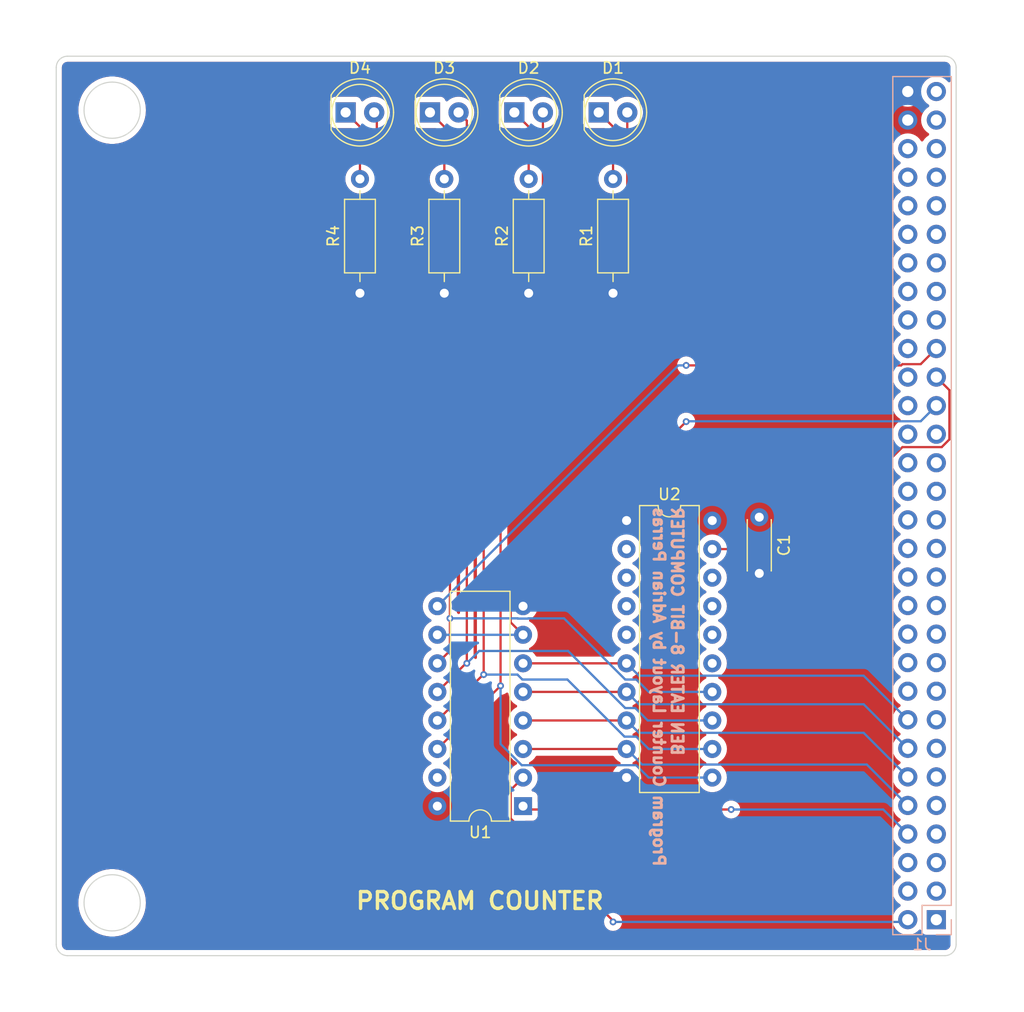
<source format=kicad_pcb>
(kicad_pcb (version 20240108) (generator "pcbnew") (generator_version "8.0")
  (layers (0 "F.Cu" signal) (31 "B.Cu" signal) (34 "B.Paste" user) (35 "F.Paste" user) (36 "B.SilkS" user "B.Silkscreen") (37 "F.SilkS" user "F.Silkscreen") (38 "B.Mask" user) (39 "F.Mask" user) (44 "Edge.Cuts" user))
  (net 0 "")
  (net 1 "GND")
  (net 2 "VCC")
  (net 3 "Net-(D1-K)")
  (net 4 "Net-(D1-A)")
  (net 5 "Net-(D2-A)")
  (net 6 "Net-(D2-K)")
  (net 7 "Net-(D3-A)")
  (net 8 "Net-(D3-K)")
  (net 9 "Net-(D4-K)")
  (net 10 "Net-(D4-A)")
  (net 26 "CO'")
  (net 32 "CLR'")
  (net 42 "BUS_1")
  (net 50 "J'")
  (net 57 "BUS_2")
  (net 58 "BUS_0")
  (net 65 "BUS_3")
  (net 66 "CLK")
  (net 67 "CE")
  (footprint "LED_THT:LED_D5.0mm" (layer "F.Cu") (at 115.725 70)
    (property "Reference" "D4" (at 1.27 -3.96 0) (layer "F.SilkS"))
    (property "Value" "LED_GREEN")
    (fp_line (start -1.29 -1.545) (end -1.29 1.545) (stroke (width 0.12)) (layer "F.SilkS"))
    (fp_arc (start -1.29 -1.54483) (mid 2.072002 -2.880433) (end 4.26 0.000462) (stroke (width 0.12)) (layer "F.SilkS"))
    (fp_arc (start 4.26 -0.000462) (mid 2.072002 2.880433) (end -1.29 1.54483) (stroke (width 0.12)) (layer "F.SilkS"))
    (fp_circle (center 1.27 0) (end 3.77 0) (stroke (width 0.12)) (fill none) (layer "F.SilkS"))
    (pad "1" thru_hole rect (at 0 0) (size 1.8 1.8) (drill 0.9) (layers "*.Cu" "*.Mask") (net 9 "Net-(D4-K)"))
    (pad "2" thru_hole circle (at 2.54 0) (size 1.8 1.8) (drill 0.9) (layers "*.Cu" "*.Mask") (net 10 "Net-(D4-A)"))
  )
  (footprint "Resistor_THT:R_Axial_DIN0207_L6.3mm_D2.5mm_P10.16mm_Horizontal" (layer "F.Cu") (at 117 86.08 90)
    (property "Reference" "R4" (at 5.08 -2.37 90) (layer "F.SilkS"))
    (property "Value" "R_220")
    (fp_line (start 8.35 -1.37) (end 1.81 -1.37) (stroke (width 0.12)) (layer "F.SilkS"))
    (fp_line (start 1.81 -1.37) (end 1.81 1.37) (stroke (width 0.12)) (layer "F.SilkS"))
    (fp_line (start 9.12 0) (end 8.35 0) (stroke (width 0.12)) (layer "F.SilkS"))
    (fp_line (start 1.04 0) (end 1.81 0) (stroke (width 0.12)) (layer "F.SilkS"))
    (fp_line (start 8.35 1.37) (end 8.35 -1.37) (stroke (width 0.12)) (layer "F.SilkS"))
    (fp_line (start 1.81 1.37) (end 8.35 1.37) (stroke (width 0.12)) (layer "F.SilkS"))
    (pad "1" thru_hole circle (at 0 0 90) (size 1.6 1.6) (drill 0.8) (layers "*.Cu" "*.Mask") (net 1 "GND"))
    (pad "2" thru_hole oval (at 10.16 0 90) (size 1.6 1.6) (drill 0.8) (layers "*.Cu" "*.Mask") (net 9 "Net-(D4-K)"))
  )
  (footprint "Package_DIP:DIP-16_W7.62mm" (layer "F.Cu") (at 131.5 131.7 180)
    (property "Reference" "U1" (at 3.81 -2.33 0) (layer "F.SilkS"))
    (property "Value" "74LS161")
    (fp_line (start 6.46 19.11) (end 6.46 -1.33) (stroke (width 0.12)) (layer "F.SilkS"))
    (fp_line (start 6.46 -1.33) (end 4.81 -1.33) (stroke (width 0.12)) (layer "F.SilkS"))
    (fp_line (start 2.81 -1.33) (end 1.16 -1.33) (stroke (width 0.12)) (layer "F.SilkS"))
    (fp_line (start 1.16 19.11) (end 6.46 19.11) (stroke (width 0.12)) (layer "F.SilkS"))
    (fp_line (start 1.16 -1.33) (end 1.16 19.11) (stroke (width 0.12)) (layer "F.SilkS"))
    (fp_arc (start 4.81 -1.33) (mid 3.81 -0.33) (end 2.81 -1.33) (stroke (width 0.12)) (layer "F.SilkS"))
    (pad "1" thru_hole rect (at 0 0 180) (size 1.6 1.6) (drill 0.8) (layers "*.Cu" "*.Mask") (net 32 "CLR'"))
    (pad "2" thru_hole oval (at 0 2.54 180) (size 1.6 1.6) (drill 0.8) (layers "*.Cu" "*.Mask") (net 66 "CLK"))
    (pad "3" thru_hole oval (at 0 5.08 180) (size 1.6 1.6) (drill 0.8) (layers "*.Cu" "*.Mask") (net 58 "BUS_0"))
    (pad "4" thru_hole oval (at 0 7.62 180) (size 1.6 1.6) (drill 0.8) (layers "*.Cu" "*.Mask") (net 42 "BUS_1"))
    (pad "5" thru_hole oval (at 0 10.16 180) (size 1.6 1.6) (drill 0.8) (layers "*.Cu" "*.Mask") (net 57 "BUS_2"))
    (pad "6" thru_hole oval (at 0 12.7 180) (size 1.6 1.6) (drill 0.8) (layers "*.Cu" "*.Mask") (net 65 "BUS_3"))
    (pad "7" thru_hole oval (at 0 15.24 180) (size 1.6 1.6) (drill 0.8) (layers "*.Cu" "*.Mask") (net 67 "CE"))
    (pad "8" thru_hole oval (at 0 17.78 180) (size 1.6 1.6) (drill 0.8) (layers "*.Cu" "*.Mask") (net 1 "GND"))
    (pad "9" thru_hole oval (at 7.62 17.78 180) (size 1.6 1.6) (drill 0.8) (layers "*.Cu" "*.Mask") (net 50 "J'"))
    (pad "10" thru_hole oval (at 7.62 15.24 180) (size 1.6 1.6) (drill 0.8) (layers "*.Cu" "*.Mask") (net 67 "CE"))
    (pad "11" thru_hole oval (at 7.62 12.7 180) (size 1.6 1.6) (drill 0.8) (layers "*.Cu" "*.Mask") (net 10 "Net-(D4-A)"))
    (pad "12" thru_hole oval (at 7.62 10.16 180) (size 1.6 1.6) (drill 0.8) (layers "*.Cu" "*.Mask") (net 7 "Net-(D3-A)"))
    (pad "13" thru_hole oval (at 7.62 7.62 180) (size 1.6 1.6) (drill 0.8) (layers "*.Cu" "*.Mask") (net 5 "Net-(D2-A)"))
    (pad "14" thru_hole oval (at 7.62 5.08 180) (size 1.6 1.6) (drill 0.8) (layers "*.Cu" "*.Mask") (net 4 "Net-(D1-A)"))
    (pad "15" thru_hole oval (at 7.62 2.54 180) (size 1.6 1.6) (drill 0.8) (layers "*.Cu" "*.Mask"))
    (pad "16" thru_hole oval (at 7.62 0 180) (size 1.6 1.6) (drill 0.8) (layers "*.Cu" "*.Mask") (net 2 "VCC"))
  )
  (footprint "Package_DIP:DIP-20_W7.62mm" (layer "F.Cu") (at 140.7 106.3)
    (property "Reference" "U2" (at 3.81 -2.33 0) (layer "F.SilkS"))
    (property "Value" "74LS245")
    (fp_line (start 1.16 -1.33) (end 1.16 24.19) (stroke (width 0.12)) (layer "F.SilkS"))
    (fp_line (start 1.16 24.19) (end 6.46 24.19) (stroke (width 0.12)) (layer "F.SilkS"))
    (fp_line (start 2.81 -1.33) (end 1.16 -1.33) (stroke (width 0.12)) (layer "F.SilkS"))
    (fp_line (start 6.46 -1.33) (end 4.81 -1.33) (stroke (width 0.12)) (layer "F.SilkS"))
    (fp_line (start 6.46 24.19) (end 6.46 -1.33) (stroke (width 0.12)) (layer "F.SilkS"))
    (fp_arc (start 4.81 -1.33) (mid 3.81 -0.33) (end 2.81 -1.33) (stroke (width 0.12)) (layer "F.SilkS"))
    (pad "1" thru_hole rect (at 0 0) (size 1.6 1.6) (drill 0.8) (layers "*.Cu" "*.Mask") (net 1 "GND"))
    (pad "2" thru_hole oval (at 0 2.54) (size 1.6 1.6) (drill 0.8) (layers "*.Cu" "*.Mask"))
    (pad "3" thru_hole oval (at 0 5.08) (size 1.6 1.6) (drill 0.8) (layers "*.Cu" "*.Mask"))
    (pad "4" thru_hole oval (at 0 7.62) (size 1.6 1.6) (drill 0.8) (layers "*.Cu" "*.Mask"))
    (pad "5" thru_hole oval (at 0 10.16) (size 1.6 1.6) (drill 0.8) (layers "*.Cu" "*.Mask"))
    (pad "6" thru_hole oval (at 0 12.7) (size 1.6 1.6) (drill 0.8) (layers "*.Cu" "*.Mask") (net 65 "BUS_3"))
    (pad "7" thru_hole oval (at 0 15.24) (size 1.6 1.6) (drill 0.8) (layers "*.Cu" "*.Mask") (net 57 "BUS_2"))
    (pad "8" thru_hole oval (at 0 17.78) (size 1.6 1.6) (drill 0.8) (layers "*.Cu" "*.Mask") (net 42 "BUS_1"))
    (pad "9" thru_hole oval (at 0 20.32) (size 1.6 1.6) (drill 0.8) (layers "*.Cu" "*.Mask") (net 58 "BUS_0"))
    (pad "10" thru_hole oval (at 0 22.86) (size 1.6 1.6) (drill 0.8) (layers "*.Cu" "*.Mask") (net 1 "GND"))
    (pad "11" thru_hole oval (at 7.62 22.86) (size 1.6 1.6) (drill 0.8) (layers "*.Cu" "*.Mask") (net 4 "Net-(D1-A)"))
    (pad "12" thru_hole oval (at 7.62 20.32) (size 1.6 1.6) (drill 0.8) (layers "*.Cu" "*.Mask") (net 5 "Net-(D2-A)"))
    (pad "13" thru_hole oval (at 7.62 17.78) (size 1.6 1.6) (drill 0.8) (layers "*.Cu" "*.Mask") (net 7 "Net-(D3-A)"))
    (pad "14" thru_hole oval (at 7.62 15.24) (size 1.6 1.6) (drill 0.8) (layers "*.Cu" "*.Mask") (net 10 "Net-(D4-A)"))
    (pad "15" thru_hole oval (at 7.62 12.7) (size 1.6 1.6) (drill 0.8) (layers "*.Cu" "*.Mask"))
    (pad "16" thru_hole oval (at 7.62 10.16) (size 1.6 1.6) (drill 0.8) (layers "*.Cu" "*.Mask"))
    (pad "17" thru_hole oval (at 7.62 7.62) (size 1.6 1.6) (drill 0.8) (layers "*.Cu" "*.Mask"))
    (pad "18" thru_hole oval (at 7.62 5.08) (size 1.6 1.6) (drill 0.8) (layers "*.Cu" "*.Mask"))
    (pad "19" thru_hole oval (at 7.62 2.54) (size 1.6 1.6) (drill 0.8) (layers "*.Cu" "*.Mask") (net 26 "CO'"))
    (pad "20" thru_hole oval (at 7.62 0) (size 1.6 1.6) (drill 0.8) (layers "*.Cu" "*.Mask") (net 2 "VCC"))
  )
  (footprint "Resistor_THT:R_Axial_DIN0207_L6.3mm_D2.5mm_P10.16mm_Horizontal" (layer "F.Cu") (at 124.5 86.08 90)
    (property "Reference" "R3" (at 5.08 -2.37 90) (layer "F.SilkS"))
    (property "Value" "R_220")
    (fp_line (start 8.35 -1.37) (end 1.81 -1.37) (stroke (width 0.12)) (layer "F.SilkS"))
    (fp_line (start 1.81 -1.37) (end 1.81 1.37) (stroke (width 0.12)) (layer "F.SilkS"))
    (fp_line (start 9.12 0) (end 8.35 0) (stroke (width 0.12)) (layer "F.SilkS"))
    (fp_line (start 1.04 0) (end 1.81 0) (stroke (width 0.12)) (layer "F.SilkS"))
    (fp_line (start 8.35 1.37) (end 8.35 -1.37) (stroke (width 0.12)) (layer "F.SilkS"))
    (fp_line (start 1.81 1.37) (end 8.35 1.37) (stroke (width 0.12)) (layer "F.SilkS"))
    (pad "1" thru_hole circle (at 0 0 90) (size 1.6 1.6) (drill 0.8) (layers "*.Cu" "*.Mask") (net 1 "GND"))
    (pad "2" thru_hole oval (at 10.16 0 90) (size 1.6 1.6) (drill 0.8) (layers "*.Cu" "*.Mask") (net 8 "Net-(D3-K)"))
  )
  (footprint "LED_THT:LED_D5.0mm" (layer "F.Cu") (at 138.225 70)
    (property "Reference" "D1" (at 1.27 -3.96 0) (layer "F.SilkS"))
    (property "Value" "LED_GREEN")
    (fp_line (start -1.29 -1.545) (end -1.29 1.545) (stroke (width 0.12)) (layer "F.SilkS"))
    (fp_arc (start -1.29 -1.54483) (mid 2.072002 -2.880433) (end 4.26 0.000462) (stroke (width 0.12)) (layer "F.SilkS"))
    (fp_arc (start 4.26 -0.000462) (mid 2.072002 2.880433) (end -1.29 1.54483) (stroke (width 0.12)) (layer "F.SilkS"))
    (fp_circle (center 1.27 0) (end 3.77 0) (stroke (width 0.12)) (fill none) (layer "F.SilkS"))
    (pad "1" thru_hole rect (at 0 0) (size 1.8 1.8) (drill 0.9) (layers "*.Cu" "*.Mask") (net 3 "Net-(D1-K)"))
    (pad "2" thru_hole circle (at 2.54 0) (size 1.8 1.8) (drill 0.9) (layers "*.Cu" "*.Mask") (net 4 "Net-(D1-A)"))
  )
  (footprint "Resistor_THT:R_Axial_DIN0207_L6.3mm_D2.5mm_P10.16mm_Horizontal" (layer "F.Cu") (at 132 86.08 90)
    (property "Reference" "R2" (at 5.08 -2.37 90) (layer "F.SilkS"))
    (property "Value" "R_220")
    (fp_line (start 8.35 -1.37) (end 1.81 -1.37) (stroke (width 0.12)) (layer "F.SilkS"))
    (fp_line (start 1.81 -1.37) (end 1.81 1.37) (stroke (width 0.12)) (layer "F.SilkS"))
    (fp_line (start 9.12 0) (end 8.35 0) (stroke (width 0.12)) (layer "F.SilkS"))
    (fp_line (start 1.04 0) (end 1.81 0) (stroke (width 0.12)) (layer "F.SilkS"))
    (fp_line (start 8.35 1.37) (end 8.35 -1.37) (stroke (width 0.12)) (layer "F.SilkS"))
    (fp_line (start 1.81 1.37) (end 8.35 1.37) (stroke (width 0.12)) (layer "F.SilkS"))
    (pad "1" thru_hole circle (at 0 0 90) (size 1.6 1.6) (drill 0.8) (layers "*.Cu" "*.Mask") (net 1 "GND"))
    (pad "2" thru_hole oval (at 10.16 0 90) (size 1.6 1.6) (drill 0.8) (layers "*.Cu" "*.Mask") (net 6 "Net-(D2-K)"))
  )
  (footprint "LED_THT:LED_D5.0mm" (layer "F.Cu") (at 130.725 70)
    (property "Reference" "D2" (at 1.27 -3.96 0) (layer "F.SilkS"))
    (property "Value" "LED_GREEN")
    (fp_line (start -1.29 -1.545) (end -1.29 1.545) (stroke (width 0.12)) (layer "F.SilkS"))
    (fp_arc (start -1.29 -1.54483) (mid 2.072002 -2.880433) (end 4.26 0.000462) (stroke (width 0.12)) (layer "F.SilkS"))
    (fp_arc (start 4.26 -0.000462) (mid 2.072002 2.880433) (end -1.29 1.54483) (stroke (width 0.12)) (layer "F.SilkS"))
    (fp_circle (center 1.27 0) (end 3.77 0) (stroke (width 0.12)) (fill none) (layer "F.SilkS"))
    (pad "1" thru_hole rect (at 0 0) (size 1.8 1.8) (drill 0.9) (layers "*.Cu" "*.Mask") (net 6 "Net-(D2-K)"))
    (pad "2" thru_hole circle (at 2.54 0) (size 1.8 1.8) (drill 0.9) (layers "*.Cu" "*.Mask") (net 5 "Net-(D2-A)"))
  )
  (footprint "8_Bit_CPU_Bus_Header:8_Bit_CPU_Bus_PinSocket_Bottom_Side" (layer "F.Cu") (at 166.97 141.8 180)
    (property "Reference" "J1" (at 0 -2.2 0) (layer "B.SilkS") (effects (justify mirror)))
    (property "Value" "Conn_02x30_8-Bit_CPU")
    (fp_line (start 2.6 74.99) (end 2.6 -1.33) (stroke (width 0.12)) (layer "B.SilkS"))
    (fp_line (start 0 1.27) (end 0 -1.33) (stroke (width 0.12)) (layer "B.SilkS"))
    (fp_line (start 0 -1.33) (end 2.6 -1.33) (stroke (width 0.12)) (layer "B.SilkS"))
    (fp_line (start -2.6 74.99) (end 2.6 74.99) (stroke (width 0.12)) (layer "B.SilkS"))
    (fp_line (start -2.6 74.99) (end -2.6 1.27) (stroke (width 0.12)) (layer "B.SilkS"))
    (fp_line (start -2.6 1.27) (end 0 1.27) (stroke (width 0.12)) (layer "B.SilkS"))
    (fp_line (start -2.6 0) (end -2.6 -1.33) (stroke (width 0.12)) (layer "B.SilkS"))
    (fp_line (start -2.6 -1.33) (end -1.27 -1.33) (stroke (width 0.12)) (layer "B.SilkS"))
    (fp_line (start 76.97 -2.2) (end 76.97 75.8) (stroke (width 0.1)) (layer "Edge.Cuts"))
    (fp_line (start 75.97 76.8) (end -2.03 76.8) (stroke (width 0.1)) (layer "Edge.Cuts"))
    (fp_line (start -2.03 -3.2) (end 75.97 -3.2) (stroke (width 0.1)) (layer "Edge.Cuts"))
    (fp_line (start -3.03 75.8) (end -3.03 -2.2) (stroke (width 0.1)) (layer "Edge.Cuts"))
    (fp_arc (start 76.97 75.8) (mid 76.677107 76.507107) (end 75.97 76.8) (stroke (width 0.1)) (layer "Edge.Cuts"))
    (fp_arc (start 75.97 -3.2) (mid 76.677107 -2.907107) (end 76.97 -2.2) (stroke (width 0.1)) (layer "Edge.Cuts"))
    (fp_arc (start -2.03 76.8) (mid -2.737107 76.507107) (end -3.03 75.8) (stroke (width 0.1)) (layer "Edge.Cuts"))
    (fp_arc (start -3.03 -2.2) (mid -2.737107 -2.907107) (end -2.03 -3.2) (stroke (width 0.1)) (layer "Edge.Cuts"))
    (fp_circle (center 72 72) (end 74.5 72) (stroke (width 0.1)) (fill none) (layer "Edge.Cuts"))
    (fp_circle (center 72 1.5) (end 74.5 1.5) (stroke (width 0.1)) (fill none) (layer "Edge.Cuts"))
    (pad "1" thru_hole rect (at -1.27 0 180) (size 1.7 1.7) (drill 1) (layers "*.Cu" "*.Mask"))
    (pad "2" thru_hole oval (at 1.27 0 180) (size 1.7 1.7) (drill 1) (layers "*.Cu" "*.Mask") (net 66 "CLK"))
    (pad "3" thru_hole oval (at -1.27 2.54 180) (size 1.7 1.7) (drill 1) (layers "*.Cu" "*.Mask"))
    (pad "4" thru_hole oval (at 1.27 2.54 180) (size 1.7 1.7) (drill 1) (layers "*.Cu" "*.Mask"))
    (pad "5" thru_hole oval (at -1.27 5.08 180) (size 1.7 1.7) (drill 1) (layers "*.Cu" "*.Mask"))
    (pad "6" thru_hole oval (at 1.27 5.08 180) (size 1.7 1.7) (drill 1) (layers "*.Cu" "*.Mask"))
    (pad "7" thru_hole oval (at -1.27 7.62 180) (size 1.7 1.7) (drill 1) (layers "*.Cu" "*.Mask"))
    (pad "8" thru_hole oval (at 1.27 7.62 180) (size 1.7 1.7) (drill 1) (layers "*.Cu" "*.Mask") (net 32 "CLR'"))
    (pad "9" thru_hole oval (at -1.27 10.16 180) (size 1.7 1.7) (drill 1) (layers "*.Cu" "*.Mask"))
    (pad "10" thru_hole oval (at 1.27 10.16 180) (size 1.7 1.7) (drill 1) (layers "*.Cu" "*.Mask") (net 58 "BUS_0"))
    (pad "11" thru_hole oval (at -1.27 12.7 180) (size 1.7 1.7) (drill 1) (layers "*.Cu" "*.Mask"))
    (pad "12" thru_hole oval (at 1.27 12.7 180) (size 1.7 1.7) (drill 1) (layers "*.Cu" "*.Mask") (net 42 "BUS_1"))
    (pad "13" thru_hole oval (at -1.27 15.24 180) (size 1.7 1.7) (drill 1) (layers "*.Cu" "*.Mask"))
    (pad "14" thru_hole oval (at 1.27 15.24 180) (size 1.7 1.7) (drill 1) (layers "*.Cu" "*.Mask") (net 57 "BUS_2"))
    (pad "15" thru_hole oval (at -1.27 17.78 180) (size 1.7 1.7) (drill 1) (layers "*.Cu" "*.Mask"))
    (pad "16" thru_hole oval (at 1.27 17.78 180) (size 1.7 1.7) (drill 1) (layers "*.Cu" "*.Mask") (net 65 "BUS_3"))
    (pad "17" thru_hole oval (at -1.27 20.32 180) (size 1.7 1.7) (drill 1) (layers "*.Cu" "*.Mask"))
    (pad "18" thru_hole oval (at 1.27 20.32 180) (size 1.7 1.7) (drill 1) (layers "*.Cu" "*.Mask"))
    (pad "19" thru_hole oval (at -1.27 22.86 180) (size 1.7 1.7) (drill 1) (layers "*.Cu" "*.Mask"))
    (pad "20" thru_hole oval (at 1.27 22.86 180) (size 1.7 1.7) (drill 1) (layers "*.Cu" "*.Mask"))
    (pad "21" thru_hole oval (at -1.27 25.4 180) (size 1.7 1.7) (drill 1) (layers "*.Cu" "*.Mask"))
    (pad "22" thru_hole oval (at 1.27 25.4 180) (size 1.7 1.7) (drill 1) (layers "*.Cu" "*.Mask"))
    (pad "23" thru_hole oval (at -1.27 27.94 180) (size 1.7 1.7) (drill 1) (layers "*.Cu" "*.Mask"))
    (pad "24" thru_hole oval (at 1.27 27.94 180) (size 1.7 1.7) (drill 1) (layers "*.Cu" "*.Mask"))
    (pad "25" thru_hole oval (at -1.27 30.48 180) (size 1.7 1.7) (drill 1) (layers "*.Cu" "*.Mask"))
    (pad "26" thru_hole oval (at 1.27 30.48 180) (size 1.7 1.7) (drill 1) (layers "*.Cu" "*.Mask"))
    (pad "27" thru_hole oval (at -1.27 33.02 180) (size 1.7 1.7) (drill 1) (layers "*.Cu" "*.Mask"))
    (pad "28" thru_hole oval (at 1.27 33.02 180) (size 1.7 1.7) (drill 1) (layers "*.Cu" "*.Mask"))
    (pad "29" thru_hole oval (at -1.27 35.56 180) (size 1.7 1.7) (drill 1) (layers "*.Cu" "*.Mask"))
    (pad "30" thru_hole oval (at 1.27 35.56 180) (size 1.7 1.7) (drill 1) (layers "*.Cu" "*.Mask"))
    (pad "31" thru_hole oval (at -1.27 38.1 180) (size 1.7 1.7) (drill 1) (layers "*.Cu" "*.Mask"))
    (pad "32" thru_hole oval (at 1.27 38.1 180) (size 1.7 1.7) (drill 1) (layers "*.Cu" "*.Mask"))
    (pad "33" thru_hole oval (at -1.27 40.64 180) (size 1.7 1.7) (drill 1) (layers "*.Cu" "*.Mask"))
    (pad "34" thru_hole oval (at 1.27 40.64 180) (size 1.7 1.7) (drill 1) (layers "*.Cu" "*.Mask"))
    (pad "35" thru_hole oval (at -1.27 43.18 180) (size 1.7 1.7) (drill 1) (layers "*.Cu" "*.Mask"))
    (pad "36" thru_hole oval (at 1.27 43.18 180) (size 1.7 1.7) (drill 1) (layers "*.Cu" "*.Mask"))
    (pad "37" thru_hole oval (at -1.27 45.72 180) (size 1.7 1.7) (drill 1) (layers "*.Cu" "*.Mask") (net 67 "CE"))
    (pad "38" thru_hole oval (at 1.27 45.72 180) (size 1.7 1.7) (drill 1) (layers "*.Cu" "*.Mask"))
    (pad "39" thru_hole oval (at -1.27 48.26 180) (size 1.7 1.7) (drill 1) (layers "*.Cu" "*.Mask") (net 26 "CO'"))
    (pad "40" thru_hole oval (at 1.27 48.26 180) (size 1.7 1.7) (drill 1) (layers "*.Cu" "*.Mask"))
    (pad "41" thru_hole oval (at -1.27 50.8 180) (size 1.7 1.7) (drill 1) (layers "*.Cu" "*.Mask") (net 50 "J'"))
    (pad "42" thru_hole oval (at 1.27 50.8 180) (size 1.7 1.7) (drill 1) (layers "*.Cu" "*.Mask"))
    (pad "43" thru_hole oval (at -1.27 53.34 180) (size 1.7 1.7) (drill 1) (layers "*.Cu" "*.Mask"))
    (pad "44" thru_hole oval (at 1.27 53.34 180) (size 1.7 1.7) (drill 1) (layers "*.Cu" "*.Mask"))
    (pad "45" thru_hole oval (at -1.27 55.88 180) (size 1.7 1.7) (drill 1) (layers "*.Cu" "*.Mask"))
    (pad "46" thru_hole oval (at 1.27 55.88 180) (size 1.7 1.7) (drill 1) (layers "*.Cu" "*.Mask"))
    (pad "47" thru_hole oval (at -1.27 58.42 180) (size 1.7 1.7) (drill 1) (layers "*.Cu" "*.Mask"))
    (pad "48" thru_hole oval (at 1.27 58.42 180) (size 1.7 1.7) (drill 1) (layers "*.Cu" "*.Mask"))
    (pad "49" thru_hole oval (at -1.27 60.96 180) (size 1.7 1.7) (drill 1) (layers "*.Cu" "*.Mask"))
    (pad "50" thru_hole oval (at 1.27 60.96 180) (size 1.7 1.7) (drill 1) (layers "*.Cu" "*.Mask"))
    (pad "51" thru_hole oval (at -1.27 63.5 180) (size 1.7 1.7) (drill 1) (layers "*.Cu" "*.Mask"))
    (pad "52" thru_hole oval (at 1.27 63.5 180) (size 1.7 1.7) (drill 1) (layers "*.Cu" "*.Mask"))
    (pad "53" thru_hole oval (at -1.27 66.04 180) (size 1.7 1.7) (drill 1) (layers "*.Cu" "*.Mask"))
    (pad "54" thru_hole oval (at 1.27 66.04 180) (size 1.7 1.7) (drill 1) (layers "*.Cu" "*.Mask"))
    (pad "55" thru_hole oval (at -1.27 68.58 180) (size 1.7 1.7) (drill 1) (layers "*.Cu" "*.Mask"))
    (pad "56" thru_hole oval (at 1.27 68.58 180) (size 1.7 1.7) (drill 1) (layers "*.Cu" "*.Mask"))
    (pad "57" thru_hole oval (at -1.27 71.12 180) (size 1.7 1.7) (drill 1) (layers "*.Cu" "*.Mask"))
    (pad "58" thru_hole oval (at 1.27 71.12 180) (size 1.7 1.7) (drill 1) (layers "*.Cu" "*.Mask") (net 2 "VCC"))
    (pad "59" thru_hole oval (at -1.27 73.66 180) (size 1.7 1.7) (drill 1) (layers "*.Cu" "*.Mask"))
    (pad "60" thru_hole oval (at 1.27 73.66 180) (size 1.7 1.7) (drill 1) (layers "*.Cu" "*.Mask") (net 1 "GND"))
  )
  (footprint "LED_THT:LED_D5.0mm" (layer "F.Cu") (at 123.225 70)
    (property "Reference" "D3" (at 1.27 -3.96 0) (layer "F.SilkS"))
    (property "Value" "LED_GREEN")
    (fp_line (start -1.29 -1.545) (end -1.29 1.545) (stroke (width 0.12)) (layer "F.SilkS"))
    (fp_arc (start -1.29 -1.54483) (mid 2.072002 -2.880433) (end 4.26 0.000462) (stroke (width 0.12)) (layer "F.SilkS"))
    (fp_arc (start 4.26 -0.000462) (mid 2.072002 2.880433) (end -1.29 1.54483) (stroke (width 0.12)) (layer "F.SilkS"))
    (fp_circle (center 1.27 0) (end 3.77 0) (stroke (width 0.12)) (fill none) (layer "F.SilkS"))
    (pad "1" thru_hole rect (at 0 0) (size 1.8 1.8) (drill 0.9) (layers "*.Cu" "*.Mask") (net 8 "Net-(D3-K)"))
    (pad "2" thru_hole circle (at 2.54 0) (size 1.8 1.8) (drill 0.9) (layers "*.Cu" "*.Mask") (net 7 "Net-(D3-A)"))
  )
  (footprint "Resistor_THT:R_Axial_DIN0207_L6.3mm_D2.5mm_P10.16mm_Horizontal" (layer "F.Cu") (at 139.5 86.08 90)
    (property "Reference" "R1" (at 5.08 -2.37 90) (layer "F.SilkS"))
    (property "Value" "R_220")
    (fp_line (start 8.35 -1.37) (end 1.81 -1.37) (stroke (width 0.12)) (layer "F.SilkS"))
    (fp_line (start 1.81 -1.37) (end 1.81 1.37) (stroke (width 0.12)) (layer "F.SilkS"))
    (fp_line (start 9.12 0) (end 8.35 0) (stroke (width 0.12)) (layer "F.SilkS"))
    (fp_line (start 1.04 0) (end 1.81 0) (stroke (width 0.12)) (layer "F.SilkS"))
    (fp_line (start 8.35 1.37) (end 8.35 -1.37) (stroke (width 0.12)) (layer "F.SilkS"))
    (fp_line (start 1.81 1.37) (end 8.35 1.37) (stroke (width 0.12)) (layer "F.SilkS"))
    (pad "1" thru_hole circle (at 0 0 90) (size 1.6 1.6) (drill 0.8) (layers "*.Cu" "*.Mask") (net 1 "GND"))
    (pad "2" thru_hole oval (at 10.16 0 90) (size 1.6 1.6) (drill 0.8) (layers "*.Cu" "*.Mask") (net 3 "Net-(D1-K)"))
  )
  (footprint "Capacitor_THT:C_Disc_D4.3mm_W1.9mm_P5.00mm" (layer "F.Cu") (at 152.5 106 -90)
    (property "Reference" "C1" (at 2.5 -2.2 90) (layer "F.SilkS"))
    (property "Value" "C_0.1uF")
    (fp_line (start 0.23 1.07) (end 4.77 1.07) (stroke (width 0.12)) (layer "F.SilkS"))
    (fp_line (start 0.23 1.055) (end 0.23 1.07) (stroke (width 0.12)) (layer "F.SilkS"))
    (fp_line (start 4.77 1.055) (end 4.77 1.07) (stroke (width 0.12)) (layer "F.SilkS"))
    (fp_line (start 0.23 -1.07) (end 0.23 -1.055) (stroke (width 0.12)) (layer "F.SilkS"))
    (fp_line (start 0.23 -1.07) (end 4.77 -1.07) (stroke (width 0.12)) (layer "F.SilkS"))
    (fp_line (start 4.77 -1.07) (end 4.77 -1.055) (stroke (width 0.12)) (layer "F.SilkS"))
    (pad "1" thru_hole circle (at 0 0 270) (size 1.6 1.6) (drill 0.8) (layers "*.Cu" "*.Mask") (net 2 "VCC"))
    (pad "2" thru_hole circle (at 5 0 270) (size 1.6 1.6) (drill 0.8) (layers "*.Cu" "*.Mask") (net 1 "GND"))
  )
  (gr_text "BEN EATER 8-BIT COMPUTER\nProgram Counter Layout by Adrian Perras" (at 143 105 270) (layer "B.SilkS") (effects (font (size 1 1) (thickness 0.25) (bold yes)) (justify right bottom mirror)))
  (gr_text "PROGRAM COUNTER" (at 116.5 141 0) (layer "F.SilkS") (effects (font (size 1.5 1.5) (thickness 0.3) (bold yes)) (justify left bottom)))
  (segment (start 139.5 75.92) (end 139.5 71.275) (width 0.2) (layer "F.Cu") (net 3))
  (segment (start 139.5 71.275) (end 138.225 70) (width 0.2) (layer "F.Cu") (net 3))
  (segment (start 129.5 98.5) (end 140.765 87.235) (width 0.2) (layer "F.Cu") (net 4))
  (segment (start 123.88 126.62) (end 129.5 121) (width 0.2) (layer "F.Cu") (net 4))
  (segment (start 129.5 121) (end 129.5 98.5) (width 0.2) (layer "F.Cu") (net 4))
  (segment (start 140.765 87.235) (end 140.765 70) (width 0.2) (layer "F.Cu") (net 4))
  (via (at 129.5 121) (size 0.6) (drill 0.3) (layers "F.Cu" "B.Cu") (net 4))
  (segment (start 129.5 126.175635) (end 131.384365 128.06) (width 0.2) (layer "B.Cu") (net 4))
  (segment (start 141.56 128.06) (end 142.66 129.16) (width 0.2) (layer "B.Cu") (net 4))
  (segment (start 142.66 129.16) (end 148.32 129.16) (width 0.2) (layer "B.Cu") (net 4))
  (segment (start 129.5 121) (end 129.5 126.175635) (width 0.2) (layer "B.Cu") (net 4))
  (segment (start 131.384365 128.06) (end 141.56 128.06) (width 0.2) (layer "B.Cu") (net 4))
  (segment (start 128 119.96) (end 128 119.96) (width 0.2) (layer "F.Cu") (net 5))
  (segment (start 127.96 120) (end 128 120) (width 0.2) (layer "F.Cu") (net 5))
  (segment (start 133.265 93.235) (end 133.265 70) (width 0.2) (layer "F.Cu") (net 5))
  (segment (start 123.88 124.08) (end 127.96 120) (width 0.2) (layer "F.Cu") (net 5))
  (segment (start 128 120) (end 128 119.96) (width 0.2) (layer "F.Cu") (net 5))
  (segment (start 128 119.96) (end 128 98.5) (width 0.2) (layer "F.Cu") (net 5))
  (segment (start 128 98.5) (end 133.265 93.235) (width 0.2) (layer "F.Cu") (net 5))
  (via (at 128 120) (size 0.6) (drill 0.3) (layers "F.Cu" "B.Cu") (net 5))
  (segment (start 141.574314 125.52) (end 142.674314 126.62) (width 0.2) (layer "B.Cu") (net 5))
  (segment (start 135.44 120.44) (end 140.52 125.52) (width 0.2) (layer "B.Cu") (net 5))
  (segment (start 131 120) (end 131.44 120.44) (width 0.2) (layer "B.Cu") (net 5))
  (segment (start 140.52 125.52) (end 141.574314 125.52) (width 0.2) (layer "B.Cu") (net 5))
  (segment (start 142.674314 126.62) (end 148.32 126.62) (width 0.2) (layer "B.Cu") (net 5))
  (segment (start 131.44 120.44) (end 135.44 120.44) (width 0.2) (layer "B.Cu") (net 5))
  (segment (start 128 120) (end 131 120) (width 0.2) (layer "B.Cu") (net 5))
  (segment (start 132 71.275) (end 130.725 70) (width 0.2) (layer "F.Cu") (net 6))
  (segment (start 132 75.92) (end 132 71.275) (width 0.2) (layer "F.Cu") (net 6))
  (segment (start 126.5 118.92) (end 126.5 70.735) (width 0.2) (layer "F.Cu") (net 7))
  (segment (start 123.88 121.54) (end 126.42 119) (width 0.2) (layer "F.Cu") (net 7))
  (segment (start 126.5 118.92) (end 126.5 118.92) (width 0.2) (layer "F.Cu") (net 7))
  (segment (start 126.5 70.735) (end 125.765 70) (width 0.2) (layer "F.Cu") (net 7))
  (segment (start 126.42 119) (end 126.5 119) (width 0.2) (layer "F.Cu") (net 7))
  (segment (start 126.5 119) (end 126.5 118.92) (width 0.2) (layer "F.Cu") (net 7))
  (via (at 126.5 119) (size 0.6) (drill 0.3) (layers "F.Cu" "B.Cu") (net 7))
  (segment (start 135.504365 117.9) (end 140.584365 122.98) (width 0.2) (layer "B.Cu") (net 7))
  (segment (start 141.48 122.98) (end 142.58 124.08) (width 0.2) (layer "B.Cu") (net 7))
  (segment (start 126.5 119) (end 127.6 117.9) (width 0.2) (layer "B.Cu") (net 7))
  (segment (start 140.584365 122.98) (end 141.48 122.98) (width 0.2) (layer "B.Cu") (net 7))
  (segment (start 127.6 117.9) (end 135.504365 117.9) (width 0.2) (layer "B.Cu") (net 7))
  (segment (start 142.58 124.08) (end 148.32 124.08) (width 0.2) (layer "B.Cu") (net 7))
  (segment (start 124.5 75.92) (end 124.5 71.275) (width 0.2) (layer "F.Cu") (net 8))
  (segment (start 124.5 71.275) (end 123.225 70) (width 0.2) (layer "F.Cu") (net 8))
  (segment (start 117 71.275) (end 115.725 70) (width 0.2) (layer "F.Cu") (net 9))
  (segment (start 117 75.92) (end 117 71.275) (width 0.2) (layer "F.Cu") (net 9))
  (segment (start 125 115) (end 125 98.5) (width 0.2) (layer "F.Cu") (net 10))
  (segment (start 118.5 92) (end 118.5 70.235) (width 0.2) (layer "F.Cu") (net 10))
  (segment (start 125 98.5) (end 118.5 92) (width 0.2) (layer "F.Cu") (net 10))
  (segment (start 125 117.88) (end 123.88 119) (width 0.2) (layer "F.Cu") (net 10))
  (segment (start 125 115) (end 125 117.88) (width 0.2) (layer "F.Cu") (net 10))
  (segment (start 118.5 70.235) (end 118.265 70) (width 0.2) (layer "F.Cu") (net 10))
  (via (at 125 115) (size 0.6) (drill 0.3) (layers "F.Cu" "B.Cu") (net 10))
  (segment (start 125 115) (end 131.024365 115) (width 0.2) (layer "B.Cu") (net 10))
  (segment (start 131.024365 115) (end 131.044365 115.02) (width 0.2) (layer "B.Cu") (net 10))
  (segment (start 135.144365 115) (end 140.584365 120.44) (width 0.2) (layer "B.Cu") (net 10))
  (segment (start 131.044365 115.02) (end 131.955635 115.02) (width 0.2) (layer "B.Cu") (net 10))
  (segment (start 140.584365 120.44) (end 141.574314 120.44) (width 0.2) (layer "B.Cu") (net 10))
  (segment (start 131.955635 115.02) (end 131.975635 115) (width 0.2) (layer "B.Cu") (net 10))
  (segment (start 141.574314 120.44) (end 142.674314 121.54) (width 0.2) (layer "B.Cu") (net 10))
  (segment (start 142.674314 121.54) (end 148.32 121.54) (width 0.2) (layer "B.Cu") (net 10))
  (segment (start 131.975635 115) (end 135.144365 115) (width 0.2) (layer "B.Cu") (net 10))
  (segment (start 165.223654 99.77) (end 168.716346 99.77) (width 0.2) (layer "F.Cu") (net 26))
  (segment (start 148.32 108.84) (end 156.153654 108.84) (width 0.2) (layer "F.Cu") (net 26))
  (segment (start 168.716346 99.77) (end 169.4 99.086346) (width 0.2) (layer "F.Cu") (net 26))
  (segment (start 169.4 94.7) (end 168.24 93.54) (width 0.2) (layer "F.Cu") (net 26))
  (segment (start 156.153654 108.84) (end 165.223654 99.77) (width 0.2) (layer "F.Cu") (net 26))
  (segment (start 169.4 99.086346) (end 169.4 94.7) (width 0.2) (layer "F.Cu") (net 26))
  (segment (start 131.5 131.7) (end 131.8 132) (width 0.2) (layer "F.Cu") (net 32))
  (segment (start 131.8 132) (end 150 132) (width 0.2) (layer "F.Cu") (net 32))
  (via (at 150 132) (size 0.6) (drill 0.3) (layers "F.Cu" "B.Cu") (net 32))
  (segment (start 163.52 132) (end 165.7 134.18) (width 0.2) (layer "B.Cu") (net 32))
  (segment (start 150 132) (end 163.52 132) (width 0.2) (layer "B.Cu") (net 32))
  (segment (start 131.5 124.08) (end 140.7 124.08) (width 0.2) (layer "F.Cu") (net 42))
  (segment (start 141.8 125.18) (end 161.78 125.18) (width 0.2) (layer "B.Cu") (net 42))
  (segment (start 140.7 124.08) (end 141.8 125.18) (width 0.2) (layer "B.Cu") (net 42))
  (segment (start 161.78 125.18) (end 165.7 129.1) (width 0.2) (layer "B.Cu") (net 42))
  (segment (start 166.85 92.39) (end 168.24 91) (width 0.2) (layer "F.Cu") (net 50))
  (segment (start 165.113654 92.5) (end 165.223654 92.39) (width 0.2) (layer "F.Cu") (net 50))
  (segment (start 146 92.5) (end 165.113654 92.5) (width 0.2) (layer "F.Cu") (net 50))
  (segment (start 165.223654 92.39) (end 166.85 92.39) (width 0.2) (layer "F.Cu") (net 50))
  (via (at 146 92.5) (size 0.6) (drill 0.3) (layers "F.Cu" "B.Cu") (net 50))
  (segment (start 145.3 92.5) (end 123.88 113.92) (width 0.2) (layer "B.Cu") (net 50))
  (segment (start 146 92.5) (end 145.3 92.5) (width 0.2) (layer "B.Cu") (net 50))
  (segment (start 131.5 121.54) (end 140.7 121.54) (width 0.2) (layer "F.Cu") (net 57))
  (segment (start 140.7 121.54) (end 141.8 122.64) (width 0.2) (layer "B.Cu") (net 57))
  (segment (start 161.78 122.64) (end 165.7 126.56) (width 0.2) (layer "B.Cu") (net 57))
  (segment (start 141.8 122.64) (end 161.78 122.64) (width 0.2) (layer "B.Cu") (net 57))
  (segment (start 131.5 126.62) (end 140.7 126.62) (width 0.2) (layer "F.Cu") (net 58))
  (segment (start 140.7 126.62) (end 142.08 128) (width 0.2) (layer "B.Cu") (net 58))
  (segment (start 142.08 128) (end 162.06 128) (width 0.2) (layer "B.Cu") (net 58))
  (segment (start 162.06 128) (end 165.7 131.64) (width 0.2) (layer "B.Cu") (net 58))
  (segment (start 131.5 119) (end 140.7 119) (width 0.2) (layer "F.Cu") (net 65))
  (segment (start 161.78 120.1) (end 165.7 124.02) (width 0.2) (layer "B.Cu") (net 65))
  (segment (start 140.7 119) (end 141.8 120.1) (width 0.2) (layer "B.Cu") (net 65))
  (segment (start 141.8 120.1) (end 161.78 120.1) (width 0.2) (layer "B.Cu") (net 65))
  (segment (start 131.5 129.16) (end 130.4 130.26) (width 0.2) (layer "F.Cu") (net 66))
  (segment (start 130.4 130.26) (end 130.4 132.8) (width 0.2) (layer "F.Cu") (net 66))
  (segment (start 165.5 142) (end 165.7 141.8) (width 0.2) (layer "F.Cu") (net 66))
  (segment (start 139.5 141.9) (end 139.5 142) (width 0.2) (layer "F.Cu") (net 66))
  (segment (start 130.4 132.8) (end 139.5 141.9) (width 0.2) (layer "F.Cu") (net 66))
  (segment (start 139.6 142) (end 139.6 142) (width 0.2) (layer "F.Cu") (net 66))
  (segment (start 139.5 142) (end 139.6 142) (width 0.2) (layer "F.Cu") (net 66))
  (via (at 139.5 142) (size 0.6) (drill 0.3) (layers "F.Cu" "B.Cu") (net 66))
  (segment (start 139.6 142) (end 165.5 142) (width 0.2) (layer "B.Cu") (net 66))
  (segment (start 130.4 115.36) (end 130.4 113.1) (width 0.2) (layer "F.Cu") (net 67))
  (segment (start 131.5 116.46) (end 130.4 115.36) (width 0.2) (layer "F.Cu") (net 67))
  (segment (start 146 97.5) (end 146.03 97.47) (width 0.2) (layer "F.Cu") (net 67))
  (segment (start 130.4 113.1) (end 146 97.5) (width 0.2) (layer "F.Cu") (net 67))
  (via (at 146 97.5) (size 0.6) (drill 0.3) (layers "F.Cu" "B.Cu") (net 67))
  (segment (start 146.03 97.47) (end 166.85 97.47) (width 0.2) (layer "B.Cu") (net 67))
  (segment (start 166.85 97.47) (end 168.24 96.08) (width 0.2) (layer "B.Cu") (net 67))
  (segment (start 123.88 116.46) (end 131.5 116.46) (width 0.2) (layer "B.Cu") (net 67))
  (zone (net 2) (net_name "VCC") (layer "F.Cu") (connect_pads yes (clearance 0.5)) (min_thickness 0.25) (fill yes (thermal_gap 0.5) (thermal_bridge_width 0.5))
    (polygon (pts (xy 85 60) (xy 175 60) (xy 175 150) (xy 85 150)))
  )
  (zone (net 1) (net_name "GND") (layer "B.Cu") (priority 1) (connect_pads yes (clearance 0.5)) (min_thickness 0.25) (fill yes (thermal_gap 0.5) (thermal_bridge_width 0.5))
    (polygon (pts (xy 85 60) (xy 175 60) (xy 175 150) (xy 85 150)))
  )
)
</source>
